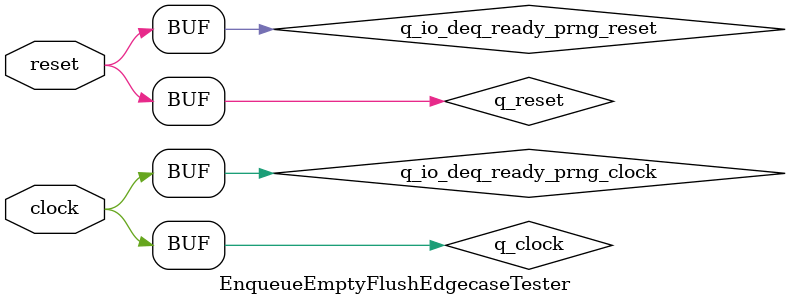
<source format=v>
module Queue(
  input        clock,
  input        reset,
  output       io_enq_ready,
  input        io_enq_valid,
  input  [1:0] io_enq_bits,
  input        io_deq_ready,
  output       io_deq_valid,
  output [1:0] io_deq_bits,
  output       io_count,
  input        io_flush
);
`ifdef RANDOMIZE_MEM_INIT
  reg [31:0] _RAND_0;
`endif // RANDOMIZE_MEM_INIT
`ifdef RANDOMIZE_REG_INIT
  reg [31:0] _RAND_1;
`endif // RANDOMIZE_REG_INIT
  reg [1:0] ram [0:0]; // @[Decoupled.scala 259:95]
  wire  ram_io_deq_bits_MPORT_en; // @[Decoupled.scala 259:95]
  wire  ram_io_deq_bits_MPORT_addr; // @[Decoupled.scala 259:95]
  wire [1:0] ram_io_deq_bits_MPORT_data; // @[Decoupled.scala 259:95]
  wire [1:0] ram_MPORT_data; // @[Decoupled.scala 259:95]
  wire  ram_MPORT_addr; // @[Decoupled.scala 259:95]
  wire  ram_MPORT_mask; // @[Decoupled.scala 259:95]
  wire  ram_MPORT_en; // @[Decoupled.scala 259:95]
  reg  maybe_full; // @[Decoupled.scala 262:27]
  wire  empty = ~maybe_full; // @[Decoupled.scala 264:28]
  wire  do_enq = io_enq_ready & io_enq_valid; // @[Decoupled.scala 50:35]
  wire  do_deq = io_deq_ready & io_deq_valid; // @[Decoupled.scala 50:35]
  assign ram_io_deq_bits_MPORT_en = 1'h1;
  assign ram_io_deq_bits_MPORT_addr = 1'h0;
  assign ram_io_deq_bits_MPORT_data = ram[ram_io_deq_bits_MPORT_addr]; // @[Decoupled.scala 259:95]
  assign ram_MPORT_data = io_enq_bits;
  assign ram_MPORT_addr = 1'h0;
  assign ram_MPORT_mask = 1'h1;
  assign ram_MPORT_en = io_enq_ready & io_enq_valid;
  assign io_enq_ready = ~maybe_full; // @[Decoupled.scala 289:19]
  assign io_deq_valid = ~empty; // @[Decoupled.scala 288:19]
  assign io_deq_bits = ram_io_deq_bits_MPORT_data; // @[Decoupled.scala 296:17]
  assign io_count = maybe_full; // @[Decoupled.scala 315:62]
  always @(posedge clock) begin
    if (ram_MPORT_en & ram_MPORT_mask) begin
      ram[ram_MPORT_addr] <= ram_MPORT_data; // @[Decoupled.scala 259:95]
    end
    if (reset) begin // @[Decoupled.scala 262:27]
      maybe_full <= 1'h0; // @[Decoupled.scala 262:27]
    end else if (io_flush) begin // @[Decoupled.scala 282:15]
      maybe_full <= 1'h0; // @[Decoupled.scala 285:16]
    end else if (do_enq != do_deq) begin // @[Decoupled.scala 279:27]
      maybe_full <= do_enq; // @[Decoupled.scala 280:16]
    end
  end
// Register and memory initialization
`ifdef RANDOMIZE_GARBAGE_ASSIGN
`define RANDOMIZE
`endif
`ifdef RANDOMIZE_INVALID_ASSIGN
`define RANDOMIZE
`endif
`ifdef RANDOMIZE_REG_INIT
`define RANDOMIZE
`endif
`ifdef RANDOMIZE_MEM_INIT
`define RANDOMIZE
`endif
`ifndef RANDOM
`define RANDOM $random
`endif
`ifdef RANDOMIZE_MEM_INIT
  integer initvar;
`endif
`ifndef SYNTHESIS
`ifdef FIRRTL_BEFORE_INITIAL
`FIRRTL_BEFORE_INITIAL
`endif
initial begin
  `ifdef RANDOMIZE
    `ifdef INIT_RANDOM
      `INIT_RANDOM
    `endif
    `ifndef VERILATOR
      `ifdef RANDOMIZE_DELAY
        #`RANDOMIZE_DELAY begin end
      `else
        #0.002 begin end
      `endif
    `endif
`ifdef RANDOMIZE_MEM_INIT
  _RAND_0 = {1{`RANDOM}};
  for (initvar = 0; initvar < 1; initvar = initvar+1)
    ram[initvar] = _RAND_0[1:0];
`endif // RANDOMIZE_MEM_INIT
`ifdef RANDOMIZE_REG_INIT
  _RAND_1 = {1{`RANDOM}};
  maybe_full = _RAND_1[0:0];
`endif // RANDOMIZE_REG_INIT
  `endif // RANDOMIZE
end // initial
`ifdef FIRRTL_AFTER_INITIAL
`FIRRTL_AFTER_INITIAL
`endif
`endif // SYNTHESIS
endmodule
module MaxPeriodFibonacciLFSR(
  input   clock,
  input   reset,
  output  io_out_0,
  output  io_out_1,
  output  io_out_2,
  output  io_out_3,
  output  io_out_4,
  output  io_out_5,
  output  io_out_6,
  output  io_out_7,
  output  io_out_8,
  output  io_out_9,
  output  io_out_10,
  output  io_out_11,
  output  io_out_12,
  output  io_out_13,
  output  io_out_14,
  output  io_out_15
);
`ifdef RANDOMIZE_REG_INIT
  reg [31:0] _RAND_0;
  reg [31:0] _RAND_1;
  reg [31:0] _RAND_2;
  reg [31:0] _RAND_3;
  reg [31:0] _RAND_4;
  reg [31:0] _RAND_5;
  reg [31:0] _RAND_6;
  reg [31:0] _RAND_7;
  reg [31:0] _RAND_8;
  reg [31:0] _RAND_9;
  reg [31:0] _RAND_10;
  reg [31:0] _RAND_11;
  reg [31:0] _RAND_12;
  reg [31:0] _RAND_13;
  reg [31:0] _RAND_14;
  reg [31:0] _RAND_15;
`endif // RANDOMIZE_REG_INIT
  reg  state_0; // @[PRNG.scala 55:49]
  reg  state_1; // @[PRNG.scala 55:49]
  reg  state_2; // @[PRNG.scala 55:49]
  reg  state_3; // @[PRNG.scala 55:49]
  reg  state_4; // @[PRNG.scala 55:49]
  reg  state_5; // @[PRNG.scala 55:49]
  reg  state_6; // @[PRNG.scala 55:49]
  reg  state_7; // @[PRNG.scala 55:49]
  reg  state_8; // @[PRNG.scala 55:49]
  reg  state_9; // @[PRNG.scala 55:49]
  reg  state_10; // @[PRNG.scala 55:49]
  reg  state_11; // @[PRNG.scala 55:49]
  reg  state_12; // @[PRNG.scala 55:49]
  reg  state_13; // @[PRNG.scala 55:49]
  reg  state_14; // @[PRNG.scala 55:49]
  reg  state_15; // @[PRNG.scala 55:49]
  wire  _T_2 = state_15 ^ state_13 ^ state_12 ^ state_10; // @[LFSR.scala 15:41]
  assign io_out_0 = state_0; // @[PRNG.scala 78:10]
  assign io_out_1 = state_1; // @[PRNG.scala 78:10]
  assign io_out_2 = state_2; // @[PRNG.scala 78:10]
  assign io_out_3 = state_3; // @[PRNG.scala 78:10]
  assign io_out_4 = state_4; // @[PRNG.scala 78:10]
  assign io_out_5 = state_5; // @[PRNG.scala 78:10]
  assign io_out_6 = state_6; // @[PRNG.scala 78:10]
  assign io_out_7 = state_7; // @[PRNG.scala 78:10]
  assign io_out_8 = state_8; // @[PRNG.scala 78:10]
  assign io_out_9 = state_9; // @[PRNG.scala 78:10]
  assign io_out_10 = state_10; // @[PRNG.scala 78:10]
  assign io_out_11 = state_11; // @[PRNG.scala 78:10]
  assign io_out_12 = state_12; // @[PRNG.scala 78:10]
  assign io_out_13 = state_13; // @[PRNG.scala 78:10]
  assign io_out_14 = state_14; // @[PRNG.scala 78:10]
  assign io_out_15 = state_15; // @[PRNG.scala 78:10]
  always @(posedge clock) begin
    state_0 <= reset | _T_2; // @[PRNG.scala 55:{49,49}]
    if (reset) begin // @[PRNG.scala 55:49]
      state_1 <= 1'h0; // @[PRNG.scala 55:49]
    end else begin
      state_1 <= state_0;
    end
    if (reset) begin // @[PRNG.scala 55:49]
      state_2 <= 1'h0; // @[PRNG.scala 55:49]
    end else begin
      state_2 <= state_1;
    end
    if (reset) begin // @[PRNG.scala 55:49]
      state_3 <= 1'h0; // @[PRNG.scala 55:49]
    end else begin
      state_3 <= state_2;
    end
    if (reset) begin // @[PRNG.scala 55:49]
      state_4 <= 1'h0; // @[PRNG.scala 55:49]
    end else begin
      state_4 <= state_3;
    end
    if (reset) begin // @[PRNG.scala 55:49]
      state_5 <= 1'h0; // @[PRNG.scala 55:49]
    end else begin
      state_5 <= state_4;
    end
    if (reset) begin // @[PRNG.scala 55:49]
      state_6 <= 1'h0; // @[PRNG.scala 55:49]
    end else begin
      state_6 <= state_5;
    end
    if (reset) begin // @[PRNG.scala 55:49]
      state_7 <= 1'h0; // @[PRNG.scala 55:49]
    end else begin
      state_7 <= state_6;
    end
    if (reset) begin // @[PRNG.scala 55:49]
      state_8 <= 1'h0; // @[PRNG.scala 55:49]
    end else begin
      state_8 <= state_7;
    end
    if (reset) begin // @[PRNG.scala 55:49]
      state_9 <= 1'h0; // @[PRNG.scala 55:49]
    end else begin
      state_9 <= state_8;
    end
    if (reset) begin // @[PRNG.scala 55:49]
      state_10 <= 1'h0; // @[PRNG.scala 55:49]
    end else begin
      state_10 <= state_9;
    end
    if (reset) begin // @[PRNG.scala 55:49]
      state_11 <= 1'h0; // @[PRNG.scala 55:49]
    end else begin
      state_11 <= state_10;
    end
    if (reset) begin // @[PRNG.scala 55:49]
      state_12 <= 1'h0; // @[PRNG.scala 55:49]
    end else begin
      state_12 <= state_11;
    end
    if (reset) begin // @[PRNG.scala 55:49]
      state_13 <= 1'h0; // @[PRNG.scala 55:49]
    end else begin
      state_13 <= state_12;
    end
    if (reset) begin // @[PRNG.scala 55:49]
      state_14 <= 1'h0; // @[PRNG.scala 55:49]
    end else begin
      state_14 <= state_13;
    end
    if (reset) begin // @[PRNG.scala 55:49]
      state_15 <= 1'h0; // @[PRNG.scala 55:49]
    end else begin
      state_15 <= state_14;
    end
  end
// Register and memory initialization
`ifdef RANDOMIZE_GARBAGE_ASSIGN
`define RANDOMIZE
`endif
`ifdef RANDOMIZE_INVALID_ASSIGN
`define RANDOMIZE
`endif
`ifdef RANDOMIZE_REG_INIT
`define RANDOMIZE
`endif
`ifdef RANDOMIZE_MEM_INIT
`define RANDOMIZE
`endif
`ifndef RANDOM
`define RANDOM $random
`endif
`ifdef RANDOMIZE_MEM_INIT
  integer initvar;
`endif
`ifndef SYNTHESIS
`ifdef FIRRTL_BEFORE_INITIAL
`FIRRTL_BEFORE_INITIAL
`endif
initial begin
  `ifdef RANDOMIZE
    `ifdef INIT_RANDOM
      `INIT_RANDOM
    `endif
    `ifndef VERILATOR
      `ifdef RANDOMIZE_DELAY
        #`RANDOMIZE_DELAY begin end
      `else
        #0.002 begin end
      `endif
    `endif
`ifdef RANDOMIZE_REG_INIT
  _RAND_0 = {1{`RANDOM}};
  state_0 = _RAND_0[0:0];
  _RAND_1 = {1{`RANDOM}};
  state_1 = _RAND_1[0:0];
  _RAND_2 = {1{`RANDOM}};
  state_2 = _RAND_2[0:0];
  _RAND_3 = {1{`RANDOM}};
  state_3 = _RAND_3[0:0];
  _RAND_4 = {1{`RANDOM}};
  state_4 = _RAND_4[0:0];
  _RAND_5 = {1{`RANDOM}};
  state_5 = _RAND_5[0:0];
  _RAND_6 = {1{`RANDOM}};
  state_6 = _RAND_6[0:0];
  _RAND_7 = {1{`RANDOM}};
  state_7 = _RAND_7[0:0];
  _RAND_8 = {1{`RANDOM}};
  state_8 = _RAND_8[0:0];
  _RAND_9 = {1{`RANDOM}};
  state_9 = _RAND_9[0:0];
  _RAND_10 = {1{`RANDOM}};
  state_10 = _RAND_10[0:0];
  _RAND_11 = {1{`RANDOM}};
  state_11 = _RAND_11[0:0];
  _RAND_12 = {1{`RANDOM}};
  state_12 = _RAND_12[0:0];
  _RAND_13 = {1{`RANDOM}};
  state_13 = _RAND_13[0:0];
  _RAND_14 = {1{`RANDOM}};
  state_14 = _RAND_14[0:0];
  _RAND_15 = {1{`RANDOM}};
  state_15 = _RAND_15[0:0];
`endif // RANDOMIZE_REG_INIT
  `endif // RANDOMIZE
end // initial
`ifdef FIRRTL_AFTER_INITIAL
`FIRRTL_AFTER_INITIAL
`endif
`endif // SYNTHESIS
endmodule
module EnqueueEmptyFlushEdgecaseTester(
  input   clock,
  input   reset
);
`ifdef RANDOMIZE_REG_INIT
  reg [31:0] _RAND_0;
  reg [31:0] _RAND_1;
  reg [31:0] _RAND_2;
  reg [31:0] _RAND_3;
`endif // RANDOMIZE_REG_INIT
  wire  q_clock; // @[QueueFlushSpec.scala 42:17]
  wire  q_reset; // @[QueueFlushSpec.scala 42:17]
  wire  q_io_enq_ready; // @[QueueFlushSpec.scala 42:17]
  wire  q_io_enq_valid; // @[QueueFlushSpec.scala 42:17]
  wire [1:0] q_io_enq_bits; // @[QueueFlushSpec.scala 42:17]
  wire  q_io_deq_ready; // @[QueueFlushSpec.scala 42:17]
  wire  q_io_deq_valid; // @[QueueFlushSpec.scala 42:17]
  wire [1:0] q_io_deq_bits; // @[QueueFlushSpec.scala 42:17]
  wire  q_io_count; // @[QueueFlushSpec.scala 42:17]
  wire  q_io_flush; // @[QueueFlushSpec.scala 42:17]
  wire  q_io_deq_ready_prng_clock; // @[PRNG.scala 91:22]
  wire  q_io_deq_ready_prng_reset; // @[PRNG.scala 91:22]
  wire  q_io_deq_ready_prng_io_out_0; // @[PRNG.scala 91:22]
  wire  q_io_deq_ready_prng_io_out_1; // @[PRNG.scala 91:22]
  wire  q_io_deq_ready_prng_io_out_2; // @[PRNG.scala 91:22]
  wire  q_io_deq_ready_prng_io_out_3; // @[PRNG.scala 91:22]
  wire  q_io_deq_ready_prng_io_out_4; // @[PRNG.scala 91:22]
  wire  q_io_deq_ready_prng_io_out_5; // @[PRNG.scala 91:22]
  wire  q_io_deq_ready_prng_io_out_6; // @[PRNG.scala 91:22]
  wire  q_io_deq_ready_prng_io_out_7; // @[PRNG.scala 91:22]
  wire  q_io_deq_ready_prng_io_out_8; // @[PRNG.scala 91:22]
  wire  q_io_deq_ready_prng_io_out_9; // @[PRNG.scala 91:22]
  wire  q_io_deq_ready_prng_io_out_10; // @[PRNG.scala 91:22]
  wire  q_io_deq_ready_prng_io_out_11; // @[PRNG.scala 91:22]
  wire  q_io_deq_ready_prng_io_out_12; // @[PRNG.scala 91:22]
  wire  q_io_deq_ready_prng_io_out_13; // @[PRNG.scala 91:22]
  wire  q_io_deq_ready_prng_io_out_14; // @[PRNG.scala 91:22]
  wire  q_io_deq_ready_prng_io_out_15; // @[PRNG.scala 91:22]
  reg [4:0] value; // @[Counter.scala 62:40]
  reg  flushRegister; // @[QueueFlushSpec.scala 49:30]
  wire [7:0] q_io_deq_ready_lo = {q_io_deq_ready_prng_io_out_7,q_io_deq_ready_prng_io_out_6,q_io_deq_ready_prng_io_out_5
    ,q_io_deq_ready_prng_io_out_4,q_io_deq_ready_prng_io_out_3,q_io_deq_ready_prng_io_out_2,q_io_deq_ready_prng_io_out_1
    ,q_io_deq_ready_prng_io_out_0}; // @[PRNG.scala 95:17]
  wire [15:0] _q_io_deq_ready_T = {q_io_deq_ready_prng_io_out_15,q_io_deq_ready_prng_io_out_14,
    q_io_deq_ready_prng_io_out_13,q_io_deq_ready_prng_io_out_12,q_io_deq_ready_prng_io_out_11,
    q_io_deq_ready_prng_io_out_10,q_io_deq_ready_prng_io_out_9,q_io_deq_ready_prng_io_out_8,q_io_deq_ready_lo}; // @[PRNG.scala 95:17]
  wire [1:0] _GEN_1 = 5'h1 == value ? 2'h1 : 2'h3; // @[QueueFlushSpec.scala 54:{17,17}]
  wire [1:0] _GEN_2 = 5'h2 == value ? 2'h3 : _GEN_1; // @[QueueFlushSpec.scala 54:{17,17}]
  wire [1:0] _GEN_3 = 5'h3 == value ? 2'h2 : _GEN_2; // @[QueueFlushSpec.scala 54:{17,17}]
  wire [1:0] _GEN_4 = 5'h4 == value ? 2'h1 : _GEN_3; // @[QueueFlushSpec.scala 54:{17,17}]
  wire [1:0] _GEN_5 = 5'h5 == value ? 2'h1 : _GEN_4; // @[QueueFlushSpec.scala 54:{17,17}]
  wire [1:0] _GEN_6 = 5'h6 == value ? 2'h2 : _GEN_5; // @[QueueFlushSpec.scala 54:{17,17}]
  wire [1:0] _GEN_7 = 5'h7 == value ? 2'h2 : _GEN_6; // @[QueueFlushSpec.scala 54:{17,17}]
  wire [1:0] _GEN_8 = 5'h8 == value ? 2'h0 : _GEN_7; // @[QueueFlushSpec.scala 54:{17,17}]
  wire [1:0] _GEN_9 = 5'h9 == value ? 2'h1 : _GEN_8; // @[QueueFlushSpec.scala 54:{17,17}]
  wire [1:0] _GEN_10 = 5'ha == value ? 2'h1 : _GEN_9; // @[QueueFlushSpec.scala 54:{17,17}]
  wire [1:0] _GEN_11 = 5'hb == value ? 2'h1 : _GEN_10; // @[QueueFlushSpec.scala 54:{17,17}]
  wire [1:0] _GEN_12 = 5'hc == value ? 2'h3 : _GEN_11; // @[QueueFlushSpec.scala 54:{17,17}]
  wire [1:0] _GEN_13 = 5'hd == value ? 2'h3 : _GEN_12; // @[QueueFlushSpec.scala 54:{17,17}]
  wire [1:0] _GEN_14 = 5'he == value ? 2'h2 : _GEN_13; // @[QueueFlushSpec.scala 54:{17,17}]
  wire [1:0] _GEN_15 = 5'hf == value ? 2'h0 : _GEN_14; // @[QueueFlushSpec.scala 54:{17,17}]
  wire [1:0] _GEN_16 = 5'h10 == value ? 2'h0 : _GEN_15; // @[QueueFlushSpec.scala 54:{17,17}]
  wire [1:0] _GEN_17 = 5'h11 == value ? 2'h3 : _GEN_16; // @[QueueFlushSpec.scala 54:{17,17}]
  wire [1:0] _GEN_18 = 5'h12 == value ? 2'h1 : _GEN_17; // @[QueueFlushSpec.scala 54:{17,17}]
  wire  _T = q_io_enq_ready & q_io_enq_valid; // @[Decoupled.scala 50:35]
  wire  wrap = value == 5'h14; // @[Counter.scala 74:24]
  wire [4:0] _value_T_1 = value + 5'h1; // @[Counter.scala 78:24]
  wire  _T_1 = q_io_deq_ready & q_io_deq_valid; // @[Decoupled.scala 50:35]
  wire  _T_4 = ~reset; // @[QueueFlushSpec.scala 60:11]
  reg [4:0] value_1; // @[Counter.scala 62:40]
  reg [4:0] value_2; // @[Counter.scala 62:40]
  wire  flush = value_1 == 5'h0 & value == 5'h0; // @[QueueFlushSpec.scala 147:40]
  wire  wrap_1 = value_1 == 5'h14; // @[Counter.scala 74:24]
  wire [4:0] _value_T_3 = value_1 + 5'h1; // @[Counter.scala 78:24]
  wire [4:0] _T_22 = value_2 + 5'h1; // @[QueueFlushSpec.scala 153:35]
  wire [1:0] _GEN_25 = 5'h1 == _T_22 ? 2'h1 : 2'h3; // @[QueueFlushSpec.scala 153:{42,42}]
  wire [1:0] _GEN_26 = 5'h2 == _T_22 ? 2'h3 : _GEN_25; // @[QueueFlushSpec.scala 153:{42,42}]
  wire [1:0] _GEN_27 = 5'h3 == _T_22 ? 2'h2 : _GEN_26; // @[QueueFlushSpec.scala 153:{42,42}]
  wire [1:0] _GEN_28 = 5'h4 == _T_22 ? 2'h1 : _GEN_27; // @[QueueFlushSpec.scala 153:{42,42}]
  wire [1:0] _GEN_29 = 5'h5 == _T_22 ? 2'h1 : _GEN_28; // @[QueueFlushSpec.scala 153:{42,42}]
  wire [1:0] _GEN_30 = 5'h6 == _T_22 ? 2'h2 : _GEN_29; // @[QueueFlushSpec.scala 153:{42,42}]
  wire [1:0] _GEN_31 = 5'h7 == _T_22 ? 2'h2 : _GEN_30; // @[QueueFlushSpec.scala 153:{42,42}]
  wire [1:0] _GEN_32 = 5'h8 == _T_22 ? 2'h0 : _GEN_31; // @[QueueFlushSpec.scala 153:{42,42}]
  wire [1:0] _GEN_33 = 5'h9 == _T_22 ? 2'h1 : _GEN_32; // @[QueueFlushSpec.scala 153:{42,42}]
  wire [1:0] _GEN_34 = 5'ha == _T_22 ? 2'h1 : _GEN_33; // @[QueueFlushSpec.scala 153:{42,42}]
  wire [1:0] _GEN_35 = 5'hb == _T_22 ? 2'h1 : _GEN_34; // @[QueueFlushSpec.scala 153:{42,42}]
  wire [1:0] _GEN_36 = 5'hc == _T_22 ? 2'h3 : _GEN_35; // @[QueueFlushSpec.scala 153:{42,42}]
  wire [1:0] _GEN_37 = 5'hd == _T_22 ? 2'h3 : _GEN_36; // @[QueueFlushSpec.scala 153:{42,42}]
  wire [1:0] _GEN_38 = 5'he == _T_22 ? 2'h2 : _GEN_37; // @[QueueFlushSpec.scala 153:{42,42}]
  wire [1:0] _GEN_39 = 5'hf == _T_22 ? 2'h0 : _GEN_38; // @[QueueFlushSpec.scala 153:{42,42}]
  wire [1:0] _GEN_40 = 5'h10 == _T_22 ? 2'h0 : _GEN_39; // @[QueueFlushSpec.scala 153:{42,42}]
  wire [1:0] _GEN_41 = 5'h11 == _T_22 ? 2'h3 : _GEN_40; // @[QueueFlushSpec.scala 153:{42,42}]
  wire [1:0] _GEN_42 = 5'h12 == _T_22 ? 2'h1 : _GEN_41; // @[QueueFlushSpec.scala 153:{42,42}]
  wire [1:0] _GEN_43 = 5'h13 == _T_22 ? 2'h0 : _GEN_42; // @[QueueFlushSpec.scala 153:{42,42}]
  wire  wrap_2 = value_2 == 5'h14; // @[Counter.scala 74:24]
  wire  _GEN_46 = _T_1 & ~reset; // @[QueueFlushSpec.scala 60:11]
  wire  _GEN_49 = flushRegister & _T_4; // @[QueueFlushSpec.scala 64:11]
  Queue q ( // @[QueueFlushSpec.scala 42:17]
    .clock(q_clock),
    .reset(q_reset),
    .io_enq_ready(q_io_enq_ready),
    .io_enq_valid(q_io_enq_valid),
    .io_enq_bits(q_io_enq_bits),
    .io_deq_ready(q_io_deq_ready),
    .io_deq_valid(q_io_deq_valid),
    .io_deq_bits(q_io_deq_bits),
    .io_count(q_io_count),
    .io_flush(q_io_flush)
  );
  MaxPeriodFibonacciLFSR q_io_deq_ready_prng ( // @[PRNG.scala 91:22]
    .clock(q_io_deq_ready_prng_clock),
    .reset(q_io_deq_ready_prng_reset),
    .io_out_0(q_io_deq_ready_prng_io_out_0),
    .io_out_1(q_io_deq_ready_prng_io_out_1),
    .io_out_2(q_io_deq_ready_prng_io_out_2),
    .io_out_3(q_io_deq_ready_prng_io_out_3),
    .io_out_4(q_io_deq_ready_prng_io_out_4),
    .io_out_5(q_io_deq_ready_prng_io_out_5),
    .io_out_6(q_io_deq_ready_prng_io_out_6),
    .io_out_7(q_io_deq_ready_prng_io_out_7),
    .io_out_8(q_io_deq_ready_prng_io_out_8),
    .io_out_9(q_io_deq_ready_prng_io_out_9),
    .io_out_10(q_io_deq_ready_prng_io_out_10),
    .io_out_11(q_io_deq_ready_prng_io_out_11),
    .io_out_12(q_io_deq_ready_prng_io_out_12),
    .io_out_13(q_io_deq_ready_prng_io_out_13),
    .io_out_14(q_io_deq_ready_prng_io_out_14),
    .io_out_15(q_io_deq_ready_prng_io_out_15)
  );
  assign q_clock = clock;
  assign q_reset = reset;
  assign q_io_enq_valid = value < 5'h14; // @[QueueFlushSpec.scala 51:34]
  assign q_io_enq_bits = 5'h13 == value ? 2'h0 : _GEN_18; // @[QueueFlushSpec.scala 54:{17,17}]
  assign q_io_deq_ready = _q_io_deq_ready_T[12]; // @[QueueFlushSpec.scala 52:29]
  assign q_io_flush = value_1 == 5'h0 & value == 5'h0; // @[QueueFlushSpec.scala 147:40]
  assign q_io_deq_ready_prng_clock = clock;
  assign q_io_deq_ready_prng_reset = reset;
  always @(posedge clock) begin
    if (reset) begin // @[Counter.scala 62:40]
      value <= 5'h0; // @[Counter.scala 62:40]
    end else if (_T) begin // @[QueueFlushSpec.scala 55:23]
      if (wrap) begin // @[Counter.scala 88:20]
        value <= 5'h0; // @[Counter.scala 88:28]
      end else begin
        value <= _value_T_1; // @[Counter.scala 78:15]
      end
    end
    if (reset) begin // @[QueueFlushSpec.scala 49:30]
      flushRegister <= 1'h0; // @[QueueFlushSpec.scala 49:30]
    end else begin
      flushRegister <= flush; // @[QueueFlushSpec.scala 49:30]
    end
    if (reset) begin // @[Counter.scala 62:40]
      value_1 <= 5'h0; // @[Counter.scala 62:40]
    end else if (wrap_1) begin // @[Counter.scala 88:20]
      value_1 <= 5'h0; // @[Counter.scala 88:28]
    end else begin
      value_1 <= _value_T_3; // @[Counter.scala 78:15]
    end
    if (reset) begin // @[Counter.scala 62:40]
      value_2 <= 5'h0; // @[Counter.scala 62:40]
    end else if (_T_1) begin // @[QueueFlushSpec.scala 150:23]
      if (wrap_2) begin // @[Counter.scala 88:20]
        value_2 <= 5'h0; // @[Counter.scala 88:28]
      end else begin
        value_2 <= _T_22; // @[Counter.scala 78:15]
      end
    end
    `ifndef SYNTHESIS
    `ifdef STOP_COND
      if (`STOP_COND) begin
    `endif
        if (_T_1 & ~reset & ~(~flushRegister)) begin
          $fatal; // @[QueueFlushSpec.scala 60:11]
        end
    `ifdef STOP_COND
      end
    `endif
    `endif // SYNTHESIS
    `ifndef SYNTHESIS
    `ifdef PRINTF_COND
      if (`PRINTF_COND) begin
    `endif
        if (_T_1 & ~reset & ~(~flushRegister)) begin
          $fwrite(32'h80000002,
            "Assertion failed\n    at QueueFlushSpec.scala:60 assert(flushRegister === false.B) //check queue isn't flushed (can't dequeue an empty queue)\n"
            ); // @[QueueFlushSpec.scala 60:11]
        end
    `ifdef PRINTF_COND
      end
    `endif
    `endif // SYNTHESIS
    `ifndef SYNTHESIS
    `ifdef STOP_COND
      if (`STOP_COND) begin
    `endif
        if (flushRegister & _T_4 & ~(~q_io_count)) begin
          $fatal; // @[QueueFlushSpec.scala 64:11]
        end
    `ifdef STOP_COND
      end
    `endif
    `endif // SYNTHESIS
    `ifndef SYNTHESIS
    `ifdef PRINTF_COND
      if (`PRINTF_COND) begin
    `endif
        if (flushRegister & _T_4 & ~(~q_io_count)) begin
          $fwrite(32'h80000002,"Assertion failed\n    at QueueFlushSpec.scala:64 assert(q.io.count === 0.U)\n"); // @[QueueFlushSpec.scala 64:11]
        end
    `ifdef PRINTF_COND
      end
    `endif
    `endif // SYNTHESIS
    `ifndef SYNTHESIS
    `ifdef STOP_COND
      if (`STOP_COND) begin
    `endif
        if (_GEN_49 & ~(~q_io_deq_valid)) begin
          $fatal; // @[QueueFlushSpec.scala 65:11]
        end
    `ifdef STOP_COND
      end
    `endif
    `endif // SYNTHESIS
    `ifndef SYNTHESIS
    `ifdef PRINTF_COND
      if (`PRINTF_COND) begin
    `endif
        if (_GEN_49 & ~(~q_io_deq_valid)) begin
          $fwrite(32'h80000002,
            "Assertion failed: Expected to not be able to dequeue when flush is asserted the previous cycle\n    at QueueFlushSpec.scala:65 assert(!q.io.deq.valid, \"Expected to not be able to dequeue when flush is asserted the previous cycle\")\n"
            ); // @[QueueFlushSpec.scala 65:11]
        end
    `ifdef PRINTF_COND
      end
    `endif
    `endif // SYNTHESIS
    `ifndef SYNTHESIS
    `ifdef STOP_COND
      if (`STOP_COND) begin
    `endif
        if (_GEN_49 & ~q_io_enq_ready) begin
          $fatal; // @[QueueFlushSpec.scala 66:11]
        end
    `ifdef STOP_COND
      end
    `endif
    `endif // SYNTHESIS
    `ifndef SYNTHESIS
    `ifdef PRINTF_COND
      if (`PRINTF_COND) begin
    `endif
        if (_GEN_49 & ~q_io_enq_ready) begin
          $fwrite(32'h80000002,
            "Assertion failed: Expected enqueue to be ready when flush was asserted the previous cycle because queue should be empty\n    at QueueFlushSpec.scala:66 assert(\n"
            ); // @[QueueFlushSpec.scala 66:11]
        end
    `ifdef PRINTF_COND
      end
    `endif
    `endif // SYNTHESIS
    `ifndef SYNTHESIS
    `ifdef STOP_COND
      if (`STOP_COND) begin
    `endif
        if (wrap & _T_4) begin
          $finish; // @[QueueFlushSpec.scala 72:9]
        end
    `ifdef STOP_COND
      end
    `endif
    `endif // SYNTHESIS
    `ifndef SYNTHESIS
    `ifdef STOP_COND
      if (`STOP_COND) begin
    `endif
        if (_GEN_46 & ~(_GEN_43 == q_io_deq_bits)) begin
          $fatal; // @[QueueFlushSpec.scala 153:11]
        end
    `ifdef STOP_COND
      end
    `endif
    `endif // SYNTHESIS
    `ifndef SYNTHESIS
    `ifdef PRINTF_COND
      if (`PRINTF_COND) begin
    `endif
        if (_GEN_46 & ~(_GEN_43 == q_io_deq_bits)) begin
          $fwrite(32'h80000002,
            "Assertion failed\n    at QueueFlushSpec.scala:153 assert(elems(outCounter.value + 1.U) === q.io.deq.bits) //ensure that what comes out is what comes in\n"
            ); // @[QueueFlushSpec.scala 153:11]
        end
    `ifdef PRINTF_COND
      end
    `endif
    `endif // SYNTHESIS
  end
// Register and memory initialization
`ifdef RANDOMIZE_GARBAGE_ASSIGN
`define RANDOMIZE
`endif
`ifdef RANDOMIZE_INVALID_ASSIGN
`define RANDOMIZE
`endif
`ifdef RANDOMIZE_REG_INIT
`define RANDOMIZE
`endif
`ifdef RANDOMIZE_MEM_INIT
`define RANDOMIZE
`endif
`ifndef RANDOM
`define RANDOM $random
`endif
`ifdef RANDOMIZE_MEM_INIT
  integer initvar;
`endif
`ifndef SYNTHESIS
`ifdef FIRRTL_BEFORE_INITIAL
`FIRRTL_BEFORE_INITIAL
`endif
initial begin
  `ifdef RANDOMIZE
    `ifdef INIT_RANDOM
      `INIT_RANDOM
    `endif
    `ifndef VERILATOR
      `ifdef RANDOMIZE_DELAY
        #`RANDOMIZE_DELAY begin end
      `else
        #0.002 begin end
      `endif
    `endif
`ifdef RANDOMIZE_REG_INIT
  _RAND_0 = {1{`RANDOM}};
  value = _RAND_0[4:0];
  _RAND_1 = {1{`RANDOM}};
  flushRegister = _RAND_1[0:0];
  _RAND_2 = {1{`RANDOM}};
  value_1 = _RAND_2[4:0];
  _RAND_3 = {1{`RANDOM}};
  value_2 = _RAND_3[4:0];
`endif // RANDOMIZE_REG_INIT
  `endif // RANDOMIZE
end // initial
`ifdef FIRRTL_AFTER_INITIAL
`FIRRTL_AFTER_INITIAL
`endif
`endif // SYNTHESIS
endmodule

</source>
